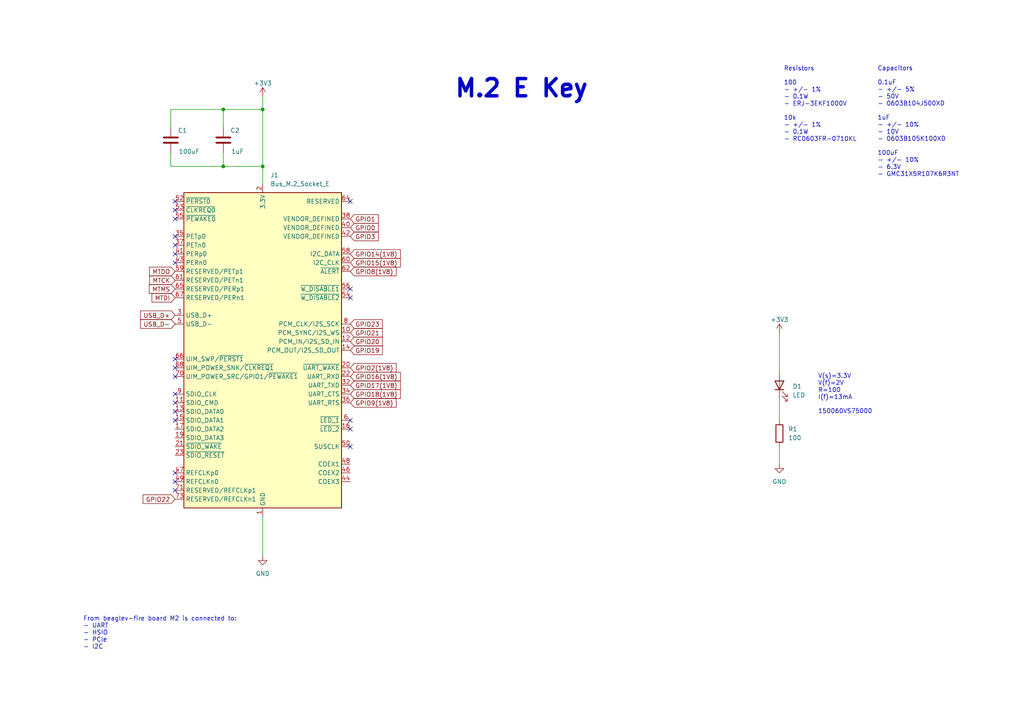
<source format=kicad_sch>
(kicad_sch (version 20231120) (generator "eeschema") (generator_version "8.0")
  (paper "A4")
  (title_block (title "IoT Gateway") (date "2024-10-15") (rev "v0.1.0") (company "Abstract Machines") (comment 1 "Designed By: Rodney Osodo") (comment 2 "Approved By:"))
  (lib_symbols
    (symbol "Connector:Bus_M.2_Socket_E"
      (property "Reference" "J" (at -22.86 46.99 0))
      (property "Value" "Bus_M.2_Socket_E" (at 16.51 46.99 0))
      (symbol "Bus_M.2_Socket_E_0_1"
        (rectangle (start -22.86 45.72) (end 22.86 -45.72) (stroke (width 0.254)) (fill (type background)))
      )
      (symbol "Bus_M.2_Socket_E_1_1"
        (pin power_in line (at 0 -48.26 90) (length 2.54) (name "GND") (number "1"))
        (pin bidirectional line (at 25.4 5.08 180) (length 2.54) (name "PCM_SYNC/I2S_WS") (number "10"))
        (pin bidirectional line (at -25.4 -15.24 0) (length 2.54) (name "SDIO_CMD") (number "11"))
        (pin input line (at 25.4 2.54 180) (length 2.54) (name "PCM_IN/I2S_SD_IN") (number "12"))
        (pin bidirectional line (at -25.4 -17.78 0) (length 2.54) (name "SDIO_DATA0") (number "13"))
        (pin output line (at 25.4 0 180) (length 2.54) (name "PCM_OUT/I2S_SD_OUT") (number "14"))
        (pin bidirectional line (at -25.4 -20.32 0) (length 2.54) (name "SDIO_DATA1") (number "15"))
        (pin open_collector line (at 25.4 -22.86 180) (length 2.54) (name "~{LED_2}") (number "16"))
        (pin bidirectional line (at -25.4 -22.86 0) (length 2.54) (name "SDIO_DATA2") (number "17"))
        (pin passive line (at 0 -48.26 90) (length 2.54) hide (name "GND") (number "18"))
        (pin bidirectional line (at -25.4 -25.4 0) (length 2.54) (name "SDIO_DATA3") (number "19"))
        (pin power_in line (at 0 48.26 270) (length 2.54) (name "3.3V") (number "2"))
        (pin input line (at 25.4 -5.08 180) (length 2.54) (name "~{UART_WAKE}") (number "20"))
        (pin input line (at -25.4 -27.94 0) (length 2.54) (name "~{SDIO_WAKE}") (number "21"))
        (pin input line (at 25.4 -7.62 180) (length 2.54) (name "UART_RXD") (number "22"))
        (pin output line (at -25.4 -30.48 0) (length 2.54) (name "~{SDIO_RESET}") (number "23"))
        (pin bidirectional line (at -25.4 10.16 0) (length 2.54) (name "USB_D+") (number "3"))
        (pin output line (at 25.4 -10.16 180) (length 2.54) (name "UART_TXD") (number "32"))
        (pin passive line (at 0 -48.26 90) (length 2.54) hide (name "GND") (number "33"))
        (pin input line (at 25.4 -12.7 180) (length 2.54) (name "UART_CTS") (number "34"))
        (pin output line (at -25.4 33.02 0) (length 2.54) (name "PETp0") (number "35"))
        (pin output line (at 25.4 -15.24 180) (length 2.54) (name "UART_RTS") (number "36"))
        (pin output line (at -25.4 30.48 0) (length 2.54) (name "PETn0") (number "37"))
        (pin passive line (at 25.4 38.1 180) (length 2.54) (name "VENDOR_DEFINED") (number "38"))
        (pin passive line (at 0 -48.26 90) (length 2.54) hide (name "GND") (number "39"))
        (pin passive line (at 0 48.26 270) (length 2.54) hide (name "3.3V") (number "4"))
        (pin passive line (at 25.4 35.56 180) (length 2.54) (name "VENDOR_DEFINED") (number "40"))
        (pin input line (at -25.4 27.94 0) (length 2.54) (name "PERp0") (number "41"))
        (pin passive line (at 25.4 33.02 180) (length 2.54) (name "VENDOR_DEFINED") (number "42"))
        (pin input line (at -25.4 25.4 0) (length 2.54) (name "PERn0") (number "43"))
        (pin bidirectional line (at 25.4 -38.1 180) (length 2.54) (name "COEX3") (number "44"))
        (pin passive line (at 0 -48.26 90) (length 2.54) hide (name "GND") (number "45"))
        (pin bidirectional line (at 25.4 -35.56 180) (length 2.54) (name "COEX2") (number "46"))
        (pin output line (at -25.4 -35.56 0) (length 2.54) (name "REFCLKp0") (number "47"))
        (pin bidirectional line (at 25.4 -33.02 180) (length 2.54) (name "COEX1") (number "48"))
        (pin output line (at -25.4 -38.1 0) (length 2.54) (name "REFCLKn0") (number "49"))
        (pin bidirectional line (at -25.4 7.62 0) (length 2.54) (name "USB_D-") (number "5"))
        (pin output line (at 25.4 -27.94 180) (length 2.54) (name "SUSCLK") (number "50"))
        (pin passive line (at 0 -48.26 90) (length 2.54) hide (name "GND") (number "51"))
        (pin output line (at -25.4 43.18 0) (length 2.54) (name "~{PERST0}") (number "52"))
        (pin bidirectional line (at -25.4 40.64 0) (length 2.54) (name "~{CLKREQ0}") (number "53"))
        (pin output line (at 25.4 15.24 180) (length 2.54) (name "~{W_DISABLE2}") (number "54"))
        (pin bidirectional line (at -25.4 38.1 0) (length 2.54) (name "~{PEWAKE0}") (number "55"))
        (pin output line (at 25.4 17.78 180) (length 2.54) (name "~{W_DISABLE1}") (number "56"))
        (pin passive line (at 0 -48.26 90) (length 2.54) hide (name "GND") (number "57"))
        (pin bidirectional line (at 25.4 27.94 180) (length 2.54) (name "I2C_DATA") (number "58"))
        (pin output line (at -25.4 22.86 0) (length 2.54) (name "RESERVED/PETp1") (number "59"))
        (pin open_collector line (at 25.4 -20.32 180) (length 2.54) (name "~{LED_1}") (number "6"))
        (pin output line (at 25.4 25.4 180) (length 2.54) (name "I2C_CLK") (number "60"))
        (pin output line (at -25.4 20.32 0) (length 2.54) (name "RESERVED/PETn1") (number "61"))
        (pin input line (at 25.4 22.86 180) (length 2.54) (name "~{ALERT}") (number "62"))
        (pin passive line (at 0 -48.26 90) (length 2.54) hide (name "GND") (number "63"))
        (pin passive line (at 25.4 43.18 180) (length 2.54) (name "RESERVED") (number "64"))
        (pin input line (at -25.4 17.78 0) (length 2.54) (name "RESERVED/PERp1") (number "65"))
        (pin output line (at -25.4 -2.54 0) (length 2.54) (name "UIM_SWP/~{PERST1}") (number "66"))
        (pin input line (at -25.4 15.24 0) (length 2.54) (name "RESERVED/PERn1") (number "67"))
        (pin bidirectional line (at -25.4 -5.08 0) (length 2.54) (name "UIM_POWER_SNK/~{CLKREQ1}") (number "68"))
        (pin passive line (at 0 -48.26 90) (length 2.54) hide (name "GND") (number "69"))
        (pin passive line (at 0 -48.26 90) (length 2.54) hide (name "GND") (number "7"))
        (pin bidirectional line (at -25.4 -7.62 0) (length 2.54) (name "UIM_POWER_SRC/GPIO1/~{PEWAKE1}") (number "70"))
        (pin output line (at -25.4 -40.64 0) (length 2.54) (name "RESERVED/REFCLKp1") (number "71"))
        (pin passive line (at 0 48.26 270) (length 2.54) hide (name "3.3V") (number "72"))
        (pin output line (at -25.4 -43.18 0) (length 2.54) (name "RESERVED/REFCLKn1") (number "73"))
        (pin passive line (at 0 48.26 270) (length 2.54) hide (name "3.3V") (number "74"))
        (pin passive line (at 0 -48.26 90) (length 2.54) hide (name "GND") (number "75"))
        (pin bidirectional line (at 25.4 7.62 180) (length 2.54) (name "PCM_CLK/I2S_SCK") (number "8"))
        (pin output line (at -25.4 -12.7 0) (length 2.54) (name "SDIO_CLK") (number "9"))
      )
    )
    (symbol "Device:C" (pin_numbers hide) (pin_names (offset 0.254))
      (property "Reference" "C" (at 0.635 2.54 0))
      (property "Value" "C" (at 0.635 -2.54 0))
      (symbol "C_0_1"
        (polyline (pts (xy -2.032 -0.762) (xy 2.032 -0.762)) (stroke (width 0.508)))
        (polyline (pts (xy -2.032 0.762) (xy 2.032 0.762)) (stroke (width 0.508)))
      )
      (symbol "C_1_1"
        (pin passive line (at 0 3.81 270) (length 2.794) (name "~") (number "1"))
        (pin passive line (at 0 -3.81 90) (length 2.794) (name "~") (number "2"))
      )
    )
    (symbol "Device:LED" (pin_numbers hide) (pin_names (offset 1.016) hide)
      (property "Reference" "D" (at 0 2.54 0))
      (property "Value" "LED" (at 0 -2.54 0))
      (symbol "LED_0_1"
        (polyline (pts (xy -1.27 -1.27) (xy -1.27 1.27)) (stroke (width 0.254)))
        (polyline (pts (xy -1.27 0) (xy 1.27 0)))
        (polyline (pts (xy 1.27 -1.27) (xy 1.27 1.27) (xy -1.27 0) (xy 1.27 -1.27)) (stroke (width 0.254)))
        (polyline (pts (xy -3.048 -0.762) (xy -4.572 -2.286) (xy -3.81 -2.286) (xy -4.572 -2.286) (xy -4.572 -1.524)))
        (polyline (pts (xy -1.778 -0.762) (xy -3.302 -2.286) (xy -2.54 -2.286) (xy -3.302 -2.286) (xy -3.302 -1.524)))
      )
      (symbol "LED_1_1"
        (pin passive line (at -3.81 0 0) (length 2.54) (name "K") (number "1"))
        (pin passive line (at 3.81 0 180) (length 2.54) (name "A") (number "2"))
      )
    )
    (symbol "Device:R" (pin_numbers hide) (pin_names (offset 0))
      (property "Reference" "R" (at 2.032 0 90))
      (property "Value" "R" (at 0 0 90))
      (symbol "R_0_1"
        (rectangle (start -1.016 -2.54) (end 1.016 2.54) (stroke (width 0.254)))
      )
      (symbol "R_1_1"
        (pin passive line (at 0 3.81 270) (length 1.27) (name "~") (number "1"))
        (pin passive line (at 0 -3.81 90) (length 1.27) (name "~") (number "2"))
      )
    )
    (symbol "power:+3V3" (power) (pin_names (offset 0))
      (property "Value" "+3V3" (at 0 3.556 0))
      (symbol "+3V3_0_1"
        (polyline (pts (xy -0.762 1.27) (xy 0 2.54)))
        (polyline (pts (xy 0 0) (xy 0 2.54)))
        (polyline (pts (xy 0 2.54) (xy 0.762 1.27)))
      )
      (symbol "+3V3_1_1"
        (pin power_in line (at 0 0 90) (length 0) hide (name "+3V3") (number "1"))
      )
    )
    (symbol "power:GND" (power) (pin_names (offset 0))
      (property "Value" "GND" (at 0 -3.81 0))
      (symbol "GND_0_1"
        (polyline (pts (xy 0 0) (xy 0 -1.27) (xy 1.27 -1.27) (xy 0 -2.54) (xy -1.27 -1.27) (xy 0 -1.27)))
      )
      (symbol "GND_1_1"
        (pin power_in line (at 0 0 270) (length 0) hide (name "GND") (number "1"))
      )
    )
  )
  (junction (at 64.77 48.26))
  (junction (at 76.2 31.75))
  (junction (at 76.2 48.26))
  (junction (at 64.77 31.75))
  (no_connect (at 50.8 121.92))
  (no_connect (at 50.8 58.42))
  (no_connect (at 50.8 104.14))
  (no_connect (at 50.8 142.24))
  (no_connect (at 50.8 63.5))
  (no_connect (at 101.6 129.54))
  (no_connect (at 101.6 124.46))
  (no_connect (at 101.6 86.36))
  (no_connect (at 50.8 119.38))
  (no_connect (at 101.6 58.42))
  (no_connect (at 50.8 68.58))
  (no_connect (at 101.6 121.92))
  (no_connect (at 50.8 71.12))
  (no_connect (at 50.8 139.7))
  (no_connect (at 101.6 83.82))
  (no_connect (at 50.8 114.3))
  (no_connect (at 50.8 60.96))
  (no_connect (at 50.8 137.16))
  (no_connect (at 50.8 76.2))
  (no_connect (at 50.8 73.66))
  (no_connect (at 50.8 109.22))
  (no_connect (at 50.8 116.84))
  (no_connect (at 50.8 106.68))
  (wire (pts (xy 49.53 48.26) (xy 64.77 48.26)))
  (wire (pts (xy 64.77 31.75) (xy 76.2 31.75)))
  (wire (pts (xy 76.2 161.29) (xy 76.2 149.86)))
  (wire (pts (xy 49.53 44.45) (xy 49.53 48.26)))
  (wire (pts (xy 226.06 129.54) (xy 226.06 134.62)))
  (wire (pts (xy 76.2 48.26) (xy 76.2 53.34)))
  (wire (pts (xy 64.77 44.45) (xy 64.77 48.26)))
  (wire (pts (xy 49.53 36.83) (xy 49.53 31.75)))
  (wire (pts (xy 64.77 31.75) (xy 64.77 36.83)))
  (wire (pts (xy 64.77 48.26) (xy 76.2 48.26)))
  (wire (pts (xy 76.2 27.94) (xy 76.2 31.75)))
  (wire (pts (xy 226.06 96.52) (xy 226.06 107.95)))
  (wire (pts (xy 226.06 115.57) (xy 226.06 121.92)))
  (wire (pts (xy 76.2 31.75) (xy 76.2 48.26)))
  (wire (pts (xy 49.53 31.75) (xy 64.77 31.75)))
  (text "Capacitors\n\n0.1uF\n- +/- 5%\n- 50V\n- 0603B104J500XD\n\n1uF\n- +/- 10%\n- 10V\n- 0603B105K100XD\n\n100uF\n- +/- 10%\n- 6.3V\n- GMC31X5R107K6R3NT" (at 254.508 35.306 0) (effects (font (size 1.27 1.27)) (justify left)))
  (text "From beaglev-fire board M2 is connected to:\n- UART\n- HSIO\n- PCIe\n- I2C\n" (at 24.13 183.642 0) (effects (font (size 1.27 1.27)) (justify left)))
  (text "Resistors\n\n100\n- +/- 1%\n- 0.1W\n- ERJ-3EKF1000V\n\n10k\n- +/- 1%\n- 0.1W\n- RC0603FR-0710KL" (at 227.33 30.226 0) (effects (font (size 1.27 1.27)) (justify left)))
  (text "M.2 E Key" (at 131.572 28.702 0) (effects (font (size 5 5) (thickness 1) (bold yes)) (justify left bottom)))
  (text "V(s)=3.3V\nV(f)=2V\nR=100\nI(f)=13mA\n\n150060VS75000" (at 237.236 114.3 0) (effects (font (size 1.27 1.27)) (justify left)))
  (global_label "GPIO0" (shape input) (at 101.6 66.04 0) (property "Intersheetrefs" "${INTERSHEET_REFS}" (effects (hide yes))))
  (global_label "GPIO18(1V8)" (shape input) (at 101.6 114.3 0) (property "Intersheetrefs" "${INTERSHEET_REFS}" (effects (hide yes))))
  (global_label "MTCK" (shape input) (at 50.8 81.28 180) (property "Intersheetrefs" "${INTERSHEET_REFS}" (effects (hide yes))))
  (global_label "GPIO23" (shape input) (at 101.6 93.98 0) (property "Intersheetrefs" "${INTERSHEET_REFS}" (effects (hide yes))))
  (global_label "MTDO" (shape input) (at 50.8 78.74 180) (property "Intersheetrefs" "${INTERSHEET_REFS}" (effects (hide yes))))
  (global_label "GPIO3" (shape input) (at 101.6 68.58 0) (property "Intersheetrefs" "${INTERSHEET_REFS}" (effects (hide yes))))
  (global_label "GPIO15(1V8)" (shape input) (at 101.6 76.2 0) (property "Intersheetrefs" "${INTERSHEET_REFS}" (effects (hide yes))))
  (global_label "GPIO17(1V8)" (shape input) (at 101.6 111.76 0) (property "Intersheetrefs" "${INTERSHEET_REFS}" (effects (hide yes))))
  (global_label "GPIO14(1V8)" (shape input) (at 101.6 73.66 0) (property "Intersheetrefs" "${INTERSHEET_REFS}" (effects (hide yes))))
  (global_label "USB_D+" (shape input) (at 50.8 91.44 180) (property "Intersheetrefs" "${INTERSHEET_REFS}" (effects (hide yes))))
  (global_label "MTDI" (shape input) (at 50.8 86.36 180) (property "Intersheetrefs" "${INTERSHEET_REFS}" (effects (hide yes))))
  (global_label "GPIO21" (shape input) (at 101.6 96.52 0) (property "Intersheetrefs" "${INTERSHEET_REFS}" (effects (hide yes))))
  (global_label "GPIO16(1V8)" (shape input) (at 101.6 109.22 0) (property "Intersheetrefs" "${INTERSHEET_REFS}" (effects (hide yes))))
  (global_label "GPIO9(1V8)" (shape input) (at 101.6 116.84 0) (property "Intersheetrefs" "${INTERSHEET_REFS}" (effects (hide yes))))
  (global_label "GPIO20" (shape input) (at 101.6 99.06 0) (property "Intersheetrefs" "${INTERSHEET_REFS}" (effects (hide yes))))
  (global_label "MTMS" (shape input) (at 50.8 83.82 180) (property "Intersheetrefs" "${INTERSHEET_REFS}" (effects (hide yes))))
  (global_label "GPIO2(1V8)" (shape input) (at 101.6 106.68 0) (property "Intersheetrefs" "${INTERSHEET_REFS}" (effects (hide yes))))
  (global_label "GPIO8(1V8)" (shape input) (at 101.6 78.74 0) (property "Intersheetrefs" "${INTERSHEET_REFS}" (effects (hide yes))))
  (global_label "GPIO22" (shape input) (at 50.8 144.78 180) (property "Intersheetrefs" "${INTERSHEET_REFS}" (effects (hide yes))))
  (global_label "USB_D-" (shape input) (at 50.8 93.98 180) (property "Intersheetrefs" "${INTERSHEET_REFS}" (effects (hide yes))))
  (global_label "GPIO1" (shape input) (at 101.6 63.5 0) (property "Intersheetrefs" "${INTERSHEET_REFS}" (effects (hide yes))))
  (global_label "GPIO19" (shape input) (at 101.6 101.6 0) (property "Intersheetrefs" "${INTERSHEET_REFS}" (effects (hide yes))))
  (symbol (lib_id "Device:C") (at 49.53 40.64 0) (unit 1)
    (property "Reference" "C1" (at 51.562 37.846 0) (effects (justify left)))
    (property "Value" "100uF" (at 51.816 43.942 0) (effects (justify left)))
    (property "Footprint" "Capacitor_SMD:C_1206_3216Metric" (effects (hide yes)))
    (property "Description" "Unpolarized capacitor" (effects (hide yes)))
  )
  (symbol (lib_id "power:+3V3") (at 76.2 27.94 0) (unit 1)
    (property "Reference" "#PWR01" (effects (hide yes)))
    (property "Value" "+3V3" (at 76.2 24.13 0))
  )
  (symbol (lib_id "Device:C") (at 64.77 40.64 0) (unit 1)
    (property "Reference" "C2" (at 66.802 37.846 0) (effects (justify left)))
    (property "Value" "1uF" (at 67.056 43.942 0) (effects (justify left)))
    (property "Footprint" "Capacitor_SMD:C_0603_1608Metric" (effects (hide yes)))
    (property "Description" "Unpolarized capacitor" (effects (hide yes)))
  )
  (symbol (lib_id "Device:LED") (at 226.06 111.76 90) (unit 1)
    (property "Reference" "D1" (at 229.87 112.0774 90) (effects (justify right)))
    (property "Value" "LED" (at 229.87 114.6174 90) (effects (justify right)))
    (property "Footprint" "LED_SMD:LED_0603_1608Metric" (effects (hide yes)))
    (property "Description" "Light emitting diode" (effects (hide yes)))
  )
  (symbol (lib_id "power:+3V3") (at 226.06 96.52 0) (unit 1)
    (property "Reference" "#PWR02" (effects (hide yes)))
    (property "Value" "+3V3" (at 226.06 92.71 0))
  )
  (symbol (lib_id "Connector:Bus_M.2_Socket_E") (at 76.2 101.6 0) (unit 1)
    (property "Reference" "J1" (at 78.3941 50.8 0) (effects (justify left)))
    (property "Value" "Bus_M.2_Socket_E" (at 78.3941 53.34 0) (effects (justify left)))
    (property "Footprint" "M.2-Key-E-Footprints-master:2230-key-E" (effects (hide yes)))
    (property "Datasheet" "https://web.archive.org/web/20200613074028/http://read.pudn.com/downloads794/doc/project/3133918/PCIe_M.2_Electromechanical_Spec_Rev1.0_Final_11012013_RS_Clean.pdf#page=150" (effects (hide yes)))
    (property "Description" "M.2 Socket 1-SD Mechanical Key E" (effects (hide yes)))
  )
  (symbol (lib_id "Device:R") (at 226.06 125.73 0) (unit 1)
    (property "Reference" "R1" (at 228.6 124.4599 0) (effects (justify left)))
    (property "Value" "100" (at 228.6 126.9999 0) (effects (justify left)))
    (property "Footprint" "Resistor_SMD:R_0603_1608Metric" (effects (hide yes)))
    (property "Description" "Resistor" (effects (hide yes)))
  )
  (symbol (lib_id "power:GND") (at 76.2 161.29 0) (unit 1)
    (property "Reference" "#PWR04" (effects (hide yes)))
    (property "Value" "GND" (at 76.2 166.37 0))
  )
  (symbol (lib_id "power:GND") (at 226.06 134.62 0) (unit 1)
    (property "Reference" "#PWR03" (effects (hide yes)))
    (property "Value" "GND" (at 226.06 139.7 0))
  )
)
</source>
